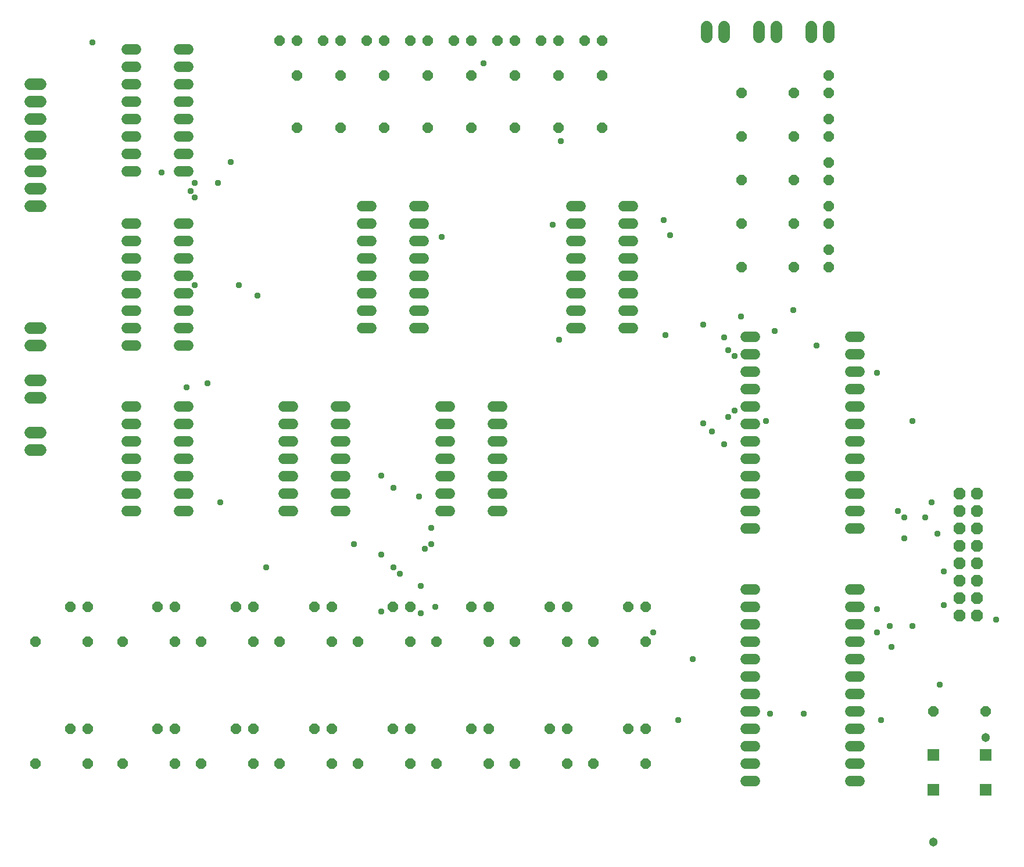
<source format=gbr>
G04 EAGLE Gerber RS-274X export*
G75*
%MOMM*%
%FSLAX34Y34*%
%LPD*%
%INSoldermask Bottom*%
%IPPOS*%
%AMOC8*
5,1,8,0,0,1.08239X$1,22.5*%
G01*
%ADD10C,1.524000*%
%ADD11P,1.649562X8X22.500000*%
%ADD12P,1.649562X8X292.500000*%
%ADD13R,1.703200X1.703200*%
%ADD14C,1.303200*%
%ADD15P,1.649562X8X112.500000*%
%ADD16C,1.727200*%
%ADD17P,1.869504X8X292.500000*%
%ADD18C,0.959600*%


D10*
X1098296Y342900D02*
X1111504Y342900D01*
X1111504Y317500D02*
X1098296Y317500D01*
X1098296Y190500D02*
X1111504Y190500D01*
X1111504Y165100D02*
X1098296Y165100D01*
X1098296Y292100D02*
X1111504Y292100D01*
X1111504Y266700D02*
X1098296Y266700D01*
X1098296Y215900D02*
X1111504Y215900D01*
X1111504Y241300D02*
X1098296Y241300D01*
X1098296Y139700D02*
X1111504Y139700D01*
X1111504Y114300D02*
X1098296Y114300D01*
X1098296Y88900D02*
X1111504Y88900D01*
X1111504Y63500D02*
X1098296Y63500D01*
X1250696Y63500D02*
X1263904Y63500D01*
X1263904Y88900D02*
X1250696Y88900D01*
X1250696Y114300D02*
X1263904Y114300D01*
X1263904Y139700D02*
X1250696Y139700D01*
X1250696Y165100D02*
X1263904Y165100D01*
X1263904Y190500D02*
X1250696Y190500D01*
X1250696Y215900D02*
X1263904Y215900D01*
X1263904Y241300D02*
X1250696Y241300D01*
X1250696Y266700D02*
X1263904Y266700D01*
X1263904Y292100D02*
X1250696Y292100D01*
X1250696Y317500D02*
X1263904Y317500D01*
X1263904Y342900D02*
X1250696Y342900D01*
X1111504Y711200D02*
X1098296Y711200D01*
X1098296Y685800D02*
X1111504Y685800D01*
X1111504Y558800D02*
X1098296Y558800D01*
X1098296Y533400D02*
X1111504Y533400D01*
X1111504Y660400D02*
X1098296Y660400D01*
X1098296Y635000D02*
X1111504Y635000D01*
X1111504Y584200D02*
X1098296Y584200D01*
X1098296Y609600D02*
X1111504Y609600D01*
X1111504Y508000D02*
X1098296Y508000D01*
X1098296Y482600D02*
X1111504Y482600D01*
X1111504Y457200D02*
X1098296Y457200D01*
X1098296Y431800D02*
X1111504Y431800D01*
X1250696Y431800D02*
X1263904Y431800D01*
X1263904Y457200D02*
X1250696Y457200D01*
X1250696Y482600D02*
X1263904Y482600D01*
X1263904Y508000D02*
X1250696Y508000D01*
X1250696Y533400D02*
X1263904Y533400D01*
X1263904Y558800D02*
X1250696Y558800D01*
X1250696Y584200D02*
X1263904Y584200D01*
X1263904Y609600D02*
X1250696Y609600D01*
X1250696Y635000D02*
X1263904Y635000D01*
X1263904Y660400D02*
X1250696Y660400D01*
X1250696Y685800D02*
X1263904Y685800D01*
X1263904Y711200D02*
X1250696Y711200D01*
X857504Y901700D02*
X844296Y901700D01*
X844296Y876300D02*
X857504Y876300D01*
X857504Y749300D02*
X844296Y749300D01*
X844296Y723900D02*
X857504Y723900D01*
X857504Y850900D02*
X844296Y850900D01*
X844296Y825500D02*
X857504Y825500D01*
X857504Y774700D02*
X844296Y774700D01*
X844296Y800100D02*
X857504Y800100D01*
X920496Y723900D02*
X933704Y723900D01*
X933704Y749300D02*
X920496Y749300D01*
X920496Y774700D02*
X933704Y774700D01*
X933704Y800100D02*
X920496Y800100D01*
X920496Y825500D02*
X933704Y825500D01*
X933704Y850900D02*
X920496Y850900D01*
X920496Y876300D02*
X933704Y876300D01*
X933704Y901700D02*
X920496Y901700D01*
X667004Y609600D02*
X653796Y609600D01*
X653796Y584200D02*
X667004Y584200D01*
X667004Y457200D02*
X653796Y457200D01*
X729996Y457200D02*
X743204Y457200D01*
X667004Y558800D02*
X653796Y558800D01*
X653796Y533400D02*
X667004Y533400D01*
X667004Y482600D02*
X653796Y482600D01*
X653796Y508000D02*
X667004Y508000D01*
X729996Y482600D02*
X743204Y482600D01*
X743204Y508000D02*
X729996Y508000D01*
X729996Y533400D02*
X743204Y533400D01*
X743204Y558800D02*
X729996Y558800D01*
X729996Y584200D02*
X743204Y584200D01*
X743204Y609600D02*
X729996Y609600D01*
D11*
X927100Y139700D03*
X952500Y139700D03*
D12*
X1219200Y1028700D03*
X1219200Y1003300D03*
X1219200Y965200D03*
X1219200Y939800D03*
X1219200Y901700D03*
X1219200Y876300D03*
X1219200Y838200D03*
X1219200Y812800D03*
D11*
X355600Y139700D03*
X381000Y139700D03*
X241300Y139700D03*
X266700Y139700D03*
X114300Y139700D03*
X139700Y139700D03*
X584200Y317500D03*
X609600Y317500D03*
X469900Y317500D03*
X495300Y317500D03*
X355600Y317500D03*
X381000Y317500D03*
X812800Y139700D03*
X838200Y139700D03*
X241300Y317500D03*
X266700Y317500D03*
X114300Y317500D03*
X139700Y317500D03*
X698500Y139700D03*
X723900Y139700D03*
X584200Y139700D03*
X609600Y139700D03*
X469900Y139700D03*
X495300Y139700D03*
X927100Y317500D03*
X952500Y317500D03*
X812800Y317500D03*
X838200Y317500D03*
X698500Y317500D03*
X723900Y317500D03*
D12*
X1219200Y1092200D03*
X1219200Y1066800D03*
D11*
X876300Y88900D03*
X952500Y88900D03*
X762000Y266700D03*
X838200Y266700D03*
X647700Y266700D03*
X723900Y266700D03*
X533400Y266700D03*
X609600Y266700D03*
X419100Y266700D03*
X495300Y266700D03*
X304800Y266700D03*
X381000Y266700D03*
X190500Y266700D03*
X266700Y266700D03*
X63500Y266700D03*
X139700Y266700D03*
X1092200Y1066800D03*
X1168400Y1066800D03*
X1092200Y1003300D03*
X1168400Y1003300D03*
X1092200Y939800D03*
X1168400Y939800D03*
X762000Y88900D03*
X838200Y88900D03*
X1092200Y876300D03*
X1168400Y876300D03*
X1092200Y812800D03*
X1168400Y812800D03*
X647700Y88900D03*
X723900Y88900D03*
X533400Y88900D03*
X609600Y88900D03*
X419100Y88900D03*
X495300Y88900D03*
X304800Y88900D03*
X381000Y88900D03*
X190500Y88900D03*
X266700Y88900D03*
X63500Y88900D03*
X139700Y88900D03*
X876300Y266700D03*
X952500Y266700D03*
D13*
X1371600Y101600D03*
X1371600Y50800D03*
X1447800Y50800D03*
X1447800Y101600D03*
D14*
X1371600Y-25400D03*
X1447800Y127000D03*
D10*
X552704Y901700D02*
X539496Y901700D01*
X539496Y876300D02*
X552704Y876300D01*
X552704Y749300D02*
X539496Y749300D01*
X539496Y723900D02*
X552704Y723900D01*
X552704Y850900D02*
X539496Y850900D01*
X539496Y825500D02*
X552704Y825500D01*
X552704Y774700D02*
X539496Y774700D01*
X539496Y800100D02*
X552704Y800100D01*
X615696Y723900D02*
X628904Y723900D01*
X628904Y749300D02*
X615696Y749300D01*
X615696Y774700D02*
X628904Y774700D01*
X628904Y800100D02*
X615696Y800100D01*
X615696Y825500D02*
X628904Y825500D01*
X628904Y850900D02*
X615696Y850900D01*
X615696Y876300D02*
X628904Y876300D01*
X628904Y901700D02*
X615696Y901700D01*
X438404Y609600D02*
X425196Y609600D01*
X425196Y584200D02*
X438404Y584200D01*
X438404Y457200D02*
X425196Y457200D01*
X501396Y457200D02*
X514604Y457200D01*
X438404Y558800D02*
X425196Y558800D01*
X425196Y533400D02*
X438404Y533400D01*
X438404Y482600D02*
X425196Y482600D01*
X425196Y508000D02*
X438404Y508000D01*
X501396Y482600D02*
X514604Y482600D01*
X514604Y508000D02*
X501396Y508000D01*
X501396Y533400D02*
X514604Y533400D01*
X514604Y558800D02*
X501396Y558800D01*
X501396Y584200D02*
X514604Y584200D01*
X514604Y609600D02*
X501396Y609600D01*
X209804Y876300D02*
X196596Y876300D01*
X196596Y850900D02*
X209804Y850900D01*
X209804Y723900D02*
X196596Y723900D01*
X196596Y698500D02*
X209804Y698500D01*
X209804Y825500D02*
X196596Y825500D01*
X196596Y800100D02*
X209804Y800100D01*
X209804Y749300D02*
X196596Y749300D01*
X196596Y774700D02*
X209804Y774700D01*
X272796Y698500D02*
X286004Y698500D01*
X286004Y723900D02*
X272796Y723900D01*
X272796Y749300D02*
X286004Y749300D01*
X286004Y774700D02*
X272796Y774700D01*
X272796Y800100D02*
X286004Y800100D01*
X286004Y825500D02*
X272796Y825500D01*
X272796Y850900D02*
X286004Y850900D01*
X286004Y876300D02*
X272796Y876300D01*
X209804Y1130300D02*
X196596Y1130300D01*
X196596Y1104900D02*
X209804Y1104900D01*
X209804Y977900D02*
X196596Y977900D01*
X196596Y952500D02*
X209804Y952500D01*
X209804Y1079500D02*
X196596Y1079500D01*
X196596Y1054100D02*
X209804Y1054100D01*
X209804Y1003300D02*
X196596Y1003300D01*
X196596Y1028700D02*
X209804Y1028700D01*
X272796Y952500D02*
X286004Y952500D01*
X286004Y977900D02*
X272796Y977900D01*
X272796Y1003300D02*
X286004Y1003300D01*
X286004Y1028700D02*
X272796Y1028700D01*
X272796Y1054100D02*
X286004Y1054100D01*
X286004Y1079500D02*
X272796Y1079500D01*
X272796Y1104900D02*
X286004Y1104900D01*
X286004Y1130300D02*
X272796Y1130300D01*
X209804Y609600D02*
X196596Y609600D01*
X196596Y584200D02*
X209804Y584200D01*
X209804Y457200D02*
X196596Y457200D01*
X272796Y457200D02*
X286004Y457200D01*
X209804Y558800D02*
X196596Y558800D01*
X196596Y533400D02*
X209804Y533400D01*
X209804Y482600D02*
X196596Y482600D01*
X196596Y508000D02*
X209804Y508000D01*
X272796Y482600D02*
X286004Y482600D01*
X286004Y508000D02*
X272796Y508000D01*
X272796Y533400D02*
X286004Y533400D01*
X286004Y558800D02*
X272796Y558800D01*
X272796Y584200D02*
X286004Y584200D01*
X286004Y609600D02*
X272796Y609600D01*
D11*
X482600Y1143000D03*
X508000Y1143000D03*
X546100Y1143000D03*
X571500Y1143000D03*
X609600Y1143000D03*
X635000Y1143000D03*
X673100Y1143000D03*
X698500Y1143000D03*
X736600Y1143000D03*
X762000Y1143000D03*
X800100Y1143000D03*
X825500Y1143000D03*
X863600Y1143000D03*
X889000Y1143000D03*
X419100Y1143000D03*
X444500Y1143000D03*
D15*
X508000Y1016000D03*
X508000Y1092200D03*
X571500Y1016000D03*
X571500Y1092200D03*
X635000Y1016000D03*
X635000Y1092200D03*
X698500Y1016000D03*
X698500Y1092200D03*
X762000Y1016000D03*
X762000Y1092200D03*
X825500Y1016000D03*
X825500Y1092200D03*
X889000Y1016000D03*
X889000Y1092200D03*
X444500Y1016000D03*
X444500Y1092200D03*
D16*
X71120Y901700D02*
X55880Y901700D01*
X55880Y927100D02*
X71120Y927100D01*
X71120Y952500D02*
X55880Y952500D01*
X55880Y977900D02*
X71120Y977900D01*
X71120Y1003300D02*
X55880Y1003300D01*
X55880Y1028700D02*
X71120Y1028700D01*
X71120Y1054100D02*
X55880Y1054100D01*
X55880Y1079500D02*
X71120Y1079500D01*
X1143000Y1148080D02*
X1143000Y1163320D01*
X1117600Y1163320D02*
X1117600Y1148080D01*
X71120Y698500D02*
X55880Y698500D01*
X55880Y723900D02*
X71120Y723900D01*
X71120Y571500D02*
X55880Y571500D01*
X55880Y546100D02*
X71120Y546100D01*
X1219200Y1148080D02*
X1219200Y1163320D01*
X1193800Y1163320D02*
X1193800Y1148080D01*
X1066800Y1148080D02*
X1066800Y1163320D01*
X1041400Y1163320D02*
X1041400Y1148080D01*
X71120Y622300D02*
X55880Y622300D01*
X55880Y647700D02*
X71120Y647700D01*
D17*
X1409700Y482600D03*
X1435100Y482600D03*
X1409700Y457200D03*
X1435100Y457200D03*
X1409700Y431800D03*
X1435100Y431800D03*
X1409700Y406400D03*
X1435100Y406400D03*
X1409700Y381000D03*
X1435100Y381000D03*
X1409700Y355600D03*
X1435100Y355600D03*
X1409700Y330200D03*
X1435100Y330200D03*
X1409700Y304800D03*
X1435100Y304800D03*
D11*
X1371600Y165100D03*
X1447800Y165100D03*
D18*
X1328928Y448056D03*
X283464Y637032D03*
X1310640Y259080D03*
X1289304Y280416D03*
X1133856Y161544D03*
X829056Y996696D03*
X1295400Y152400D03*
X387096Y771144D03*
X1341120Y289560D03*
X1307592Y289560D03*
X1182624Y161544D03*
X313944Y643128D03*
X332232Y469392D03*
X1463040Y298704D03*
X640080Y408432D03*
X1072896Y691896D03*
X1072896Y594360D03*
X1091184Y740664D03*
X1082040Y682752D03*
X1082040Y603504D03*
X399288Y374904D03*
X1368552Y469392D03*
X295656Y914400D03*
X987552Y859536D03*
X1386840Y368808D03*
X289560Y923544D03*
X1066800Y710184D03*
X246888Y950976D03*
X963168Y280416D03*
X630936Y402336D03*
X347472Y966216D03*
X295656Y786384D03*
X359664Y786384D03*
X716280Y1109472D03*
X624840Y347472D03*
X527304Y408432D03*
X146304Y1139952D03*
X1328928Y417576D03*
X1359408Y448056D03*
X1341120Y588264D03*
X1289304Y658368D03*
X655320Y856488D03*
X826008Y707136D03*
X1036320Y585216D03*
X1048512Y573024D03*
X1066800Y554736D03*
X1127760Y588264D03*
X295656Y935736D03*
X646176Y316992D03*
X594360Y365760D03*
X640080Y432816D03*
X329184Y935736D03*
X621792Y478536D03*
X1377696Y423672D03*
X624840Y307848D03*
X1386840Y320040D03*
X999744Y152400D03*
X816864Y874776D03*
X585216Y374904D03*
X585216Y490728D03*
X1021080Y240792D03*
X566928Y310896D03*
X566928Y393192D03*
X566928Y509016D03*
X1139952Y719328D03*
X978408Y880872D03*
X1289304Y313944D03*
X1380744Y204216D03*
X1200912Y697992D03*
X1319784Y457200D03*
X981456Y713232D03*
X1036320Y728472D03*
X1167384Y749808D03*
M02*

</source>
